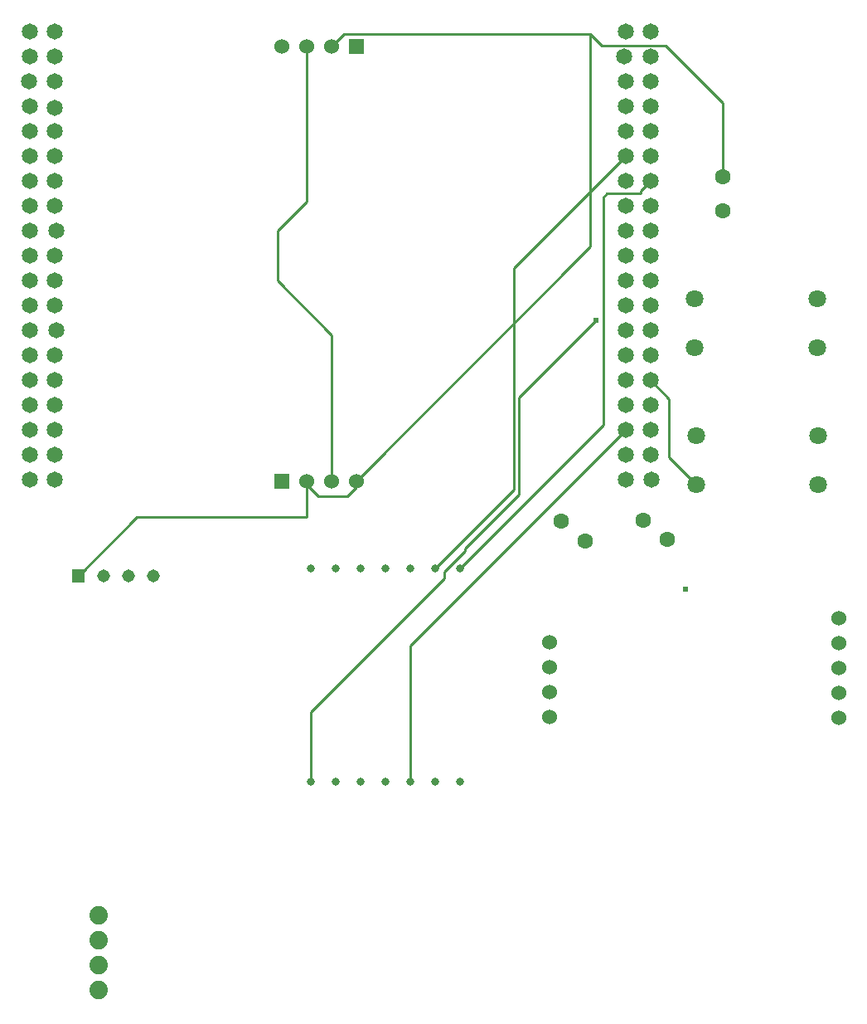
<source format=gbl>
G04 Layer: BottomLayer*
G04 EasyEDA v6.4.25, 2021-10-17T04:34:47+09:00*
G04 29e239aed29846d893758c3e788ce2c8,c0f7d9c09faf4ba5b776d912e3b4b3b7,10*
G04 Gerber Generator version 0.2*
G04 Scale: 100 percent, Rotated: No, Reflected: No *
G04 Dimensions in millimeters *
G04 leading zeros omitted , absolute positions ,4 integer and 5 decimal *
%FSLAX45Y45*%
%MOMM*%

%ADD10C,0.2540*%
%ADD11C,0.6096*%
%ADD14C,1.3081*%
%ADD15C,1.6000*%
%ADD16C,1.8000*%
%ADD17C,0.8000*%
%ADD18C,1.5240*%
%ADD20C,1.8800*%
%ADD21C,1.6500*%

%LPD*%
D10*
X5205475Y7178802D02*
G01*
X6007100Y7980426D01*
X6007100Y10236200D01*
X7150100Y11379200D01*
X5459602Y7178708D02*
G01*
X6921500Y8640605D01*
X6921500Y10960100D01*
X6959600Y10998200D01*
X7302500Y10998200D01*
X7302500Y11023600D01*
X7404100Y11125200D01*
X3935475Y4998720D02*
G01*
X3935475Y5713729D01*
X5295900Y7073900D01*
X5295900Y7137400D01*
X5511800Y7353300D01*
X5511800Y7378700D01*
X6057900Y7924800D01*
X6057900Y8915400D01*
X6845300Y9702800D01*
X4951602Y4998702D02*
G01*
X4951602Y6386703D01*
X7150100Y8585200D01*
X3892041Y8068310D02*
G01*
X3892041Y7696200D01*
X2159000Y7696200D01*
X1562100Y7099300D01*
X6791706Y12623800D02*
G01*
X4271515Y12623800D01*
X4146041Y12498326D01*
X7404100Y9093200D02*
G01*
X7594600Y8902700D01*
X7594600Y8307095D01*
X7871294Y8030400D01*
X6791706Y12623800D02*
G01*
X6791706Y10459971D01*
X4400041Y8068307D01*
X3892041Y12498324D02*
G01*
X3892041Y10915142D01*
X3594100Y10617200D01*
X3594100Y10109200D01*
X4146041Y9557258D01*
X4146041Y8068310D01*
X3892041Y8068310D02*
G01*
X3892041Y8033258D01*
X4013200Y7912100D01*
X4305300Y7912100D01*
X4400041Y8006842D01*
X4400041Y8068310D01*
X8140700Y11173205D02*
G01*
X8140700Y11925300D01*
X7556500Y12509500D01*
X6906006Y12509500D01*
X6791706Y12623800D01*
G36*
X1496695Y7164704D02*
G01*
X1627504Y7164704D01*
X1627504Y7033895D01*
X1496695Y7033895D01*
G37*
D14*
G01*
X1816100Y7099300D03*
G01*
X2070100Y7099300D03*
G01*
X2324100Y7099300D03*
D15*
G01*
X8140700Y11173205D03*
G01*
X8140700Y10823194D03*
G01*
X7329906Y7669199D03*
G01*
X7579893Y7469200D03*
G01*
X6491706Y7656499D03*
G01*
X6741693Y7456500D03*
D16*
G01*
X7858607Y9927386D03*
G01*
X9108617Y9927386D03*
G01*
X7858607Y9427387D03*
G01*
X9108617Y9427387D03*
G01*
X7871307Y8530386D03*
G01*
X9121317Y8530386D03*
G01*
X7871307Y8030387D03*
G01*
X9121317Y8030387D03*
D17*
G01*
X3935602Y7178700D03*
G01*
X4951602Y7178700D03*
G01*
X4697602Y7178700D03*
G01*
X4443602Y7178700D03*
G01*
X4189602Y7178700D03*
G01*
X3935602Y4998694D03*
G01*
X4951602Y4998694D03*
G01*
X4697602Y4998694D03*
G01*
X4443602Y4998694D03*
G01*
X4189602Y4998694D03*
G01*
X5459602Y4998694D03*
G01*
X5205602Y4998694D03*
G01*
X5459602Y7178700D03*
G01*
X5205602Y7178700D03*
D18*
G01*
X9327794Y5906998D03*
G01*
X9327794Y6160998D03*
G01*
X9327794Y6414998D03*
G01*
X9327794Y6668998D03*
G01*
X6377787Y5657011D03*
G01*
X6377787Y5911011D03*
G01*
X6377787Y6165011D03*
G01*
X6377787Y6419011D03*
G01*
X9327794Y5652998D03*
G01*
X3638041Y12498324D03*
G01*
X3892041Y12498324D03*
G01*
X4146041Y12498324D03*
G36*
X4323791Y12574600D02*
G01*
X4476191Y12574600D01*
X4476191Y12422200D01*
X4323791Y12422200D01*
G37*
G36*
X3561791Y8144611D02*
G01*
X3714191Y8144611D01*
X3714191Y7992211D01*
X3561791Y7992211D01*
G37*
G01*
X3892041Y8068310D03*
G01*
X4146041Y8068310D03*
G01*
X4400041Y8068310D03*
D20*
G01*
X1765300Y3632200D03*
G01*
X1765300Y3378200D03*
G01*
X1765300Y3124200D03*
G01*
X1765300Y2870200D03*
D21*
G01*
X1066800Y12649200D03*
G01*
X1320800Y12649200D03*
G01*
X1066800Y12395200D03*
G01*
X1320800Y12395200D03*
G01*
X1054100Y12141200D03*
G01*
X1320800Y12141200D03*
G01*
X1066800Y11887200D03*
G01*
X1320800Y11874500D03*
G01*
X1066800Y11633200D03*
G01*
X1320800Y11633200D03*
G01*
X1066800Y11379200D03*
G01*
X1320800Y11379200D03*
G01*
X1066800Y11125200D03*
G01*
X1320800Y11125200D03*
G01*
X1066800Y10871200D03*
G01*
X1320800Y10871200D03*
G01*
X1066800Y10617200D03*
G01*
X1333500Y10617200D03*
G01*
X1066800Y10363200D03*
G01*
X1320800Y10363200D03*
G01*
X1066800Y10109200D03*
G01*
X1320800Y10109200D03*
G01*
X1066800Y9855200D03*
G01*
X1320800Y9855200D03*
G01*
X1066800Y9601200D03*
G01*
X1333500Y9601200D03*
G01*
X1066800Y9347200D03*
G01*
X1320800Y9347200D03*
G01*
X1066800Y9093200D03*
G01*
X1320800Y9093200D03*
G01*
X1066800Y8839200D03*
G01*
X1320800Y8839200D03*
G01*
X1066800Y8585200D03*
G01*
X1320800Y8585200D03*
G01*
X1066800Y8331200D03*
G01*
X1320800Y8331200D03*
G01*
X1066800Y8077200D03*
G01*
X1320800Y8077200D03*
G01*
X7150100Y12649200D03*
G01*
X7404100Y12649200D03*
G01*
X7137400Y12395200D03*
G01*
X7404100Y12395200D03*
G01*
X7150100Y12141200D03*
G01*
X7404100Y12141200D03*
G01*
X7150100Y11887200D03*
G01*
X7404100Y11887200D03*
G01*
X7150100Y11633200D03*
G01*
X7404100Y11633200D03*
G01*
X7150100Y11379200D03*
G01*
X7404100Y11379200D03*
G01*
X7150100Y11125200D03*
G01*
X7404100Y11125200D03*
G01*
X7150100Y10871200D03*
G01*
X7404100Y10871200D03*
G01*
X7150100Y10617200D03*
G01*
X7404100Y10617200D03*
G01*
X7150100Y10363200D03*
G01*
X7404100Y10363200D03*
G01*
X7150100Y10109200D03*
G01*
X7404100Y10109200D03*
G01*
X7150100Y9855200D03*
G01*
X7404100Y9855200D03*
G01*
X7150100Y9601200D03*
G01*
X7404100Y9601200D03*
G01*
X7150100Y9347200D03*
G01*
X7404100Y9347200D03*
G01*
X7150100Y9093200D03*
G01*
X7404100Y9093200D03*
G01*
X7150100Y8839200D03*
G01*
X7404100Y8839200D03*
G01*
X7150100Y8585200D03*
G01*
X7404100Y8585200D03*
G01*
X7150100Y8331200D03*
G01*
X7404100Y8331200D03*
G01*
X7150100Y8077200D03*
G01*
X7416800Y8077200D03*
D11*
G01*
X6845300Y9702800D03*
G01*
X7759700Y6959600D03*
M02*

</source>
